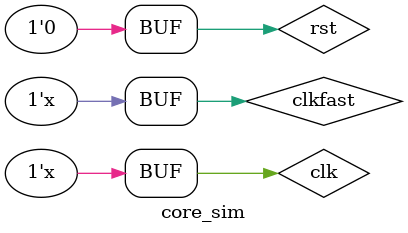
<source format=v>
`timescale 1ns / 1ps

module core_sim;
    reg clk, rst, clkfast;
    wire [31:0] debug_data;
    wire [31:0] wb_pc;
    wire [31:0] wb_inst;
    wire [4:0] uart_debug_reg;


    RV32core core(
        .debug_en(1'b0),
        .debug_step(1'b0),
        .debug_addr(0),
        .debug_data(debug_data),
        .clk(clk),
        .rst(rst),
        .wb_pc(wb_pc),
        .wb_inst(wb_inst),
        .interrupter(1'b0)
    );

    initial begin
        clk = 0;
        clkfast = 0;
        rst = 1;
        #2 rst = 0;
    end
    always #1 clk = ~clk;
    always #1 clkfast = ~clkfast;

endmodule
</source>
